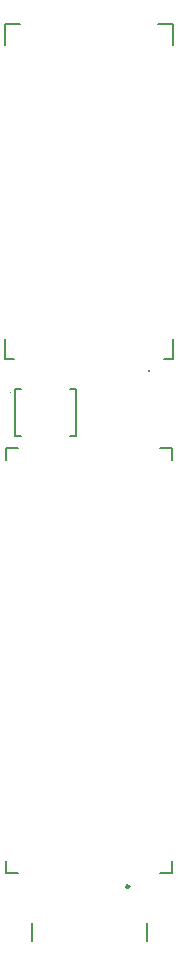
<source format=gbr>
%TF.GenerationSoftware,Altium Limited,Altium Designer,24.2.2 (26)*%
G04 Layer_Color=32896*
%FSLAX45Y45*%
%MOMM*%
%TF.SameCoordinates,505FE19A-96A0-4540-A324-069B6CBC3D10*%
%TF.FilePolarity,Positive*%
%TF.FileFunction,Legend,Bot*%
%TF.Part,Single*%
G01*
G75*
%TA.AperFunction,NonConductor*%
%ADD63C,0.25000*%
%ADD64C,0.20000*%
%ADD65C,0.10000*%
%ADD67C,0.25400*%
D63*
X4239000Y2837500D02*
G03*
X4239000Y2837500I-12500J0D01*
G01*
D64*
X3413500Y2377000D02*
Y2525000D01*
X4386500Y2377000D02*
Y2525000D01*
X3192000Y10140000D02*
X3317000D01*
X4608000Y9965000D02*
Y10140000D01*
X4483000D02*
X4608000D01*
X3192000Y7300000D02*
Y7475000D01*
Y7300000D02*
X3267000D01*
X4608000D02*
Y7475000D01*
X4533000Y7300000D02*
X4608000D01*
X3192000Y9965000D02*
Y10140000D01*
X3270000Y6650000D02*
Y7050000D01*
Y6650000D02*
X3320000D01*
X3270000Y7050000D02*
X3320000D01*
X3790000Y6650000D02*
Y7050000D01*
X3740000D02*
X3790000D01*
X3740000Y6650000D02*
X3790000D01*
X4500000Y6550000D02*
X4600000D01*
Y6450000D02*
Y6550000D01*
X3200000Y6450000D02*
Y6550000D01*
X3300000D01*
X4600000Y2950000D02*
Y3050000D01*
X4500000Y2950000D02*
X4600000D01*
X3200000D02*
Y3050000D01*
Y2950000D02*
X3300000D01*
D65*
X3235000Y7020000D02*
G03*
X3235000Y7020000I-5000J0D01*
G01*
D67*
X4409000Y7200000D02*
G03*
X4409000Y7200000I-1000J0D01*
G01*
%TF.MD5,8d81b4d5fc55bdf9200936fbab36abfc*%
M02*

</source>
